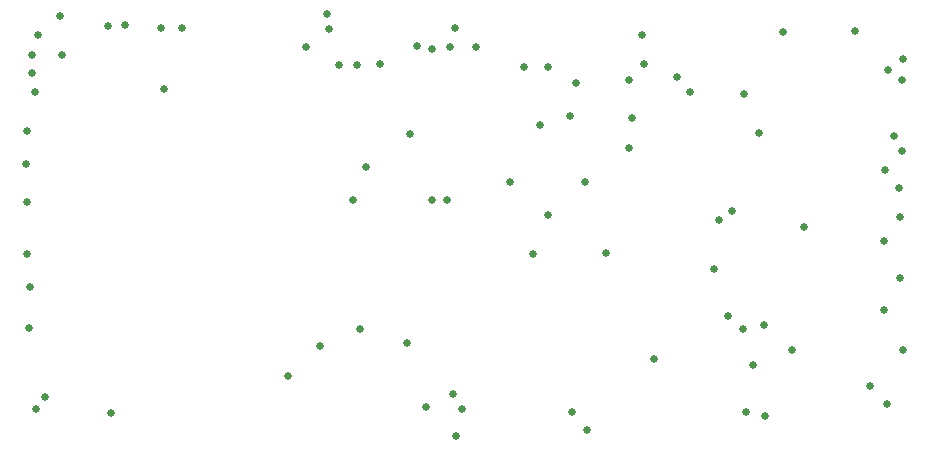
<source format=gbl>
G04*
G04 #@! TF.GenerationSoftware,Altium Limited,Altium Designer,24.1.2 (44)*
G04*
G04 Layer_Physical_Order=2*
G04 Layer_Color=16711680*
%FSLAX25Y25*%
%MOIN*%
G70*
G04*
G04 #@! TF.SameCoordinates,BA2A6252-B6BC-40F5-9E12-03139480D726*
G04*
G04*
G04 #@! TF.FilePolarity,Positive*
G04*
G01*
G75*
%ADD15C,0.02500*%
D15*
X209500Y127500D02*
D03*
X250000Y10000D02*
D03*
X259000Y32000D02*
D03*
X263000Y73000D02*
D03*
X294500Y86000D02*
D03*
X291000Y125500D02*
D03*
X296000Y129000D02*
D03*
X280000Y138500D02*
D03*
X130500Y34500D02*
D03*
X209000Y137000D02*
D03*
X145000Y133000D02*
D03*
X134000Y133500D02*
D03*
X97000Y133000D02*
D03*
X7000Y12500D02*
D03*
X10000Y16500D02*
D03*
X5000Y53000D02*
D03*
X4000Y81500D02*
D03*
X6500Y118000D02*
D03*
X4000Y105000D02*
D03*
X49500Y119000D02*
D03*
X31000Y140000D02*
D03*
X36500Y140500D02*
D03*
X5500Y124500D02*
D03*
X190000Y88000D02*
D03*
X149000Y12500D02*
D03*
X137000Y13000D02*
D03*
X146000Y17500D02*
D03*
X190500Y5500D02*
D03*
X234500Y75500D02*
D03*
X239000Y78500D02*
D03*
X295000Y56000D02*
D03*
X295500Y98500D02*
D03*
X290500Y14000D02*
D03*
X285000Y20000D02*
D03*
X289500Y45500D02*
D03*
X177500Y77000D02*
D03*
X197000Y64500D02*
D03*
X237500Y43500D02*
D03*
X172500Y64000D02*
D03*
X115000Y39000D02*
D03*
X101500Y33500D02*
D03*
X213000Y29000D02*
D03*
X249500Y40500D02*
D03*
X242500Y39000D02*
D03*
X233000Y59000D02*
D03*
X165000Y88000D02*
D03*
X205500Y109500D02*
D03*
X185000Y110000D02*
D03*
X131500Y104000D02*
D03*
X112500Y82000D02*
D03*
X117000Y93000D02*
D03*
X139000Y82000D02*
D03*
X144000D02*
D03*
X204500Y99500D02*
D03*
X289500Y68500D02*
D03*
X295000Y76500D02*
D03*
X248000Y104500D02*
D03*
X243000Y117500D02*
D03*
X293000Y103500D02*
D03*
X290000Y92000D02*
D03*
X220500Y123000D02*
D03*
X295500Y122000D02*
D03*
X225000Y118000D02*
D03*
X175000Y107000D02*
D03*
X187000Y121000D02*
D03*
X146500Y139500D02*
D03*
X121500Y127500D02*
D03*
X169500Y126500D02*
D03*
X177500D02*
D03*
X114000Y127000D02*
D03*
X108000D02*
D03*
X185500Y11500D02*
D03*
X296000Y32000D02*
D03*
X246000Y27000D02*
D03*
X91000Y23500D02*
D03*
X32000Y11000D02*
D03*
X243500Y11500D02*
D03*
X147000Y3500D02*
D03*
X4500Y39500D02*
D03*
X4000Y64000D02*
D03*
X3500Y94000D02*
D03*
X204500Y122000D02*
D03*
X139000Y132500D02*
D03*
X256000Y138000D02*
D03*
X153500Y133000D02*
D03*
X104500Y139000D02*
D03*
X55500Y139500D02*
D03*
X48500D02*
D03*
X15500Y130500D02*
D03*
X104000Y144000D02*
D03*
X5500Y130500D02*
D03*
X7500Y137000D02*
D03*
X15000Y143500D02*
D03*
M02*

</source>
